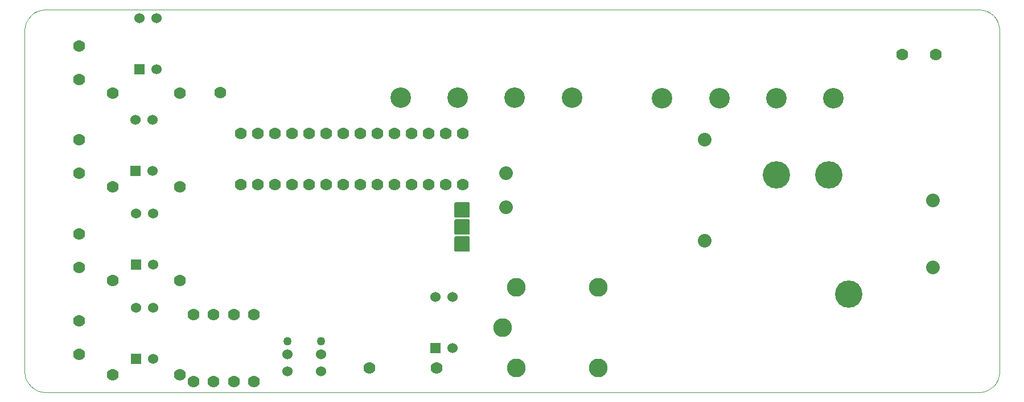
<source format=gbr>
G04 PROTEUS GERBER X2 FILE*
%TF.GenerationSoftware,Labcenter,Proteus,8.17-SP2-Build37159*%
%TF.CreationDate,2025-10-20T01:17:28+00:00*%
%TF.FileFunction,Soldermask,Bot*%
%TF.FilePolarity,Negative*%
%TF.Part,Single*%
%TF.SameCoordinates,{dfd261b3-5dba-4516-bcbd-5d7d19192189}*%
%FSLAX45Y45*%
%MOMM*%
G01*
%TA.AperFunction,Material*%
%ADD22C,1.778000*%
%TA.AperFunction,Material*%
%ADD23C,3.048000*%
%TA.AperFunction,Material*%
%ADD24C,4.064000*%
%ADD25C,2.032000*%
%AMPPAD018*
4,1,36,
-1.143000,-1.016000,
-1.143000,1.016000,
-1.140420,1.041590,
-1.133020,1.065430,
-1.121310,1.087000,
-1.105800,1.105800,
-1.087000,1.121310,
-1.065430,1.133020,
-1.041590,1.140420,
-1.016000,1.143000,
1.016000,1.143000,
1.041590,1.140420,
1.065430,1.133020,
1.087000,1.121310,
1.105800,1.105800,
1.121310,1.087000,
1.133020,1.065430,
1.140420,1.041590,
1.143000,1.016000,
1.143000,-1.016000,
1.140420,-1.041590,
1.133020,-1.065430,
1.121310,-1.087000,
1.105800,-1.105800,
1.087000,-1.121310,
1.065430,-1.133020,
1.041590,-1.140420,
1.016000,-1.143000,
-1.016000,-1.143000,
-1.041590,-1.140420,
-1.065430,-1.133020,
-1.087000,-1.121310,
-1.105800,-1.105800,
-1.121310,-1.087000,
-1.133020,-1.065430,
-1.140420,-1.041590,
-1.143000,-1.016000,
0*%
%TA.AperFunction,Material*%
%ADD26PPAD018*%
%TA.AperFunction,Material*%
%ADD27C,2.794000*%
%AMPPAD020*
4,1,36,
-0.635000,0.762000,
0.635000,0.762000,
0.660590,0.759420,
0.684430,0.752020,
0.706000,0.740310,
0.724800,0.724800,
0.740310,0.706000,
0.752020,0.684430,
0.759420,0.660590,
0.762000,0.635000,
0.762000,-0.635000,
0.759420,-0.660590,
0.752020,-0.684430,
0.740310,-0.706000,
0.724800,-0.724800,
0.706000,-0.740310,
0.684430,-0.752020,
0.660590,-0.759420,
0.635000,-0.762000,
-0.635000,-0.762000,
-0.660590,-0.759420,
-0.684430,-0.752020,
-0.706000,-0.740310,
-0.724800,-0.724800,
-0.740310,-0.706000,
-0.752020,-0.684430,
-0.759420,-0.660590,
-0.762000,-0.635000,
-0.762000,0.635000,
-0.759420,0.660590,
-0.752020,0.684430,
-0.740310,0.706000,
-0.724800,0.724800,
-0.706000,0.740310,
-0.684430,0.752020,
-0.660590,0.759420,
-0.635000,0.762000,
0*%
%TA.AperFunction,Material*%
%ADD28PPAD020*%
%ADD29C,1.524000*%
%TA.AperFunction,Material*%
%ADD72C,1.270000*%
%TA.AperFunction,Profile*%
%ADD19C,0.101600*%
%TD.AperFunction*%
D22*
X-7900000Y+1710000D03*
X+2740000Y+2270000D03*
X+2240000Y+2270000D03*
D23*
X-1330000Y+1620000D03*
X-480000Y+1620000D03*
X+370000Y+1620000D03*
X+1220000Y+1620000D03*
D24*
X+1450000Y-1300000D03*
D25*
X+2700000Y+100000D03*
X+2700000Y-900000D03*
D24*
X+370000Y+480000D03*
X+1150000Y+480000D03*
D25*
X-3650000Y+0D03*
X-3650000Y+500000D03*
X-700000Y-500000D03*
X-700000Y+1000000D03*
D26*
X-4300000Y-554000D03*
X-4300000Y-300000D03*
X-4300000Y-46000D03*
D27*
X-3500000Y-1200000D03*
X-3500000Y-2400000D03*
X-3700000Y-1800000D03*
X-2280000Y-1200000D03*
X-2280000Y-2400000D03*
D22*
X-7597460Y+338000D03*
X-7343460Y+338000D03*
X-7089460Y+338000D03*
X-6835460Y+338000D03*
X-6581460Y+338000D03*
X-6327460Y+338000D03*
X-6073460Y+338000D03*
X-5819460Y+338000D03*
X-5565460Y+338000D03*
X-5311460Y+338000D03*
X-5057460Y+338000D03*
X-4803460Y+338000D03*
X-4549460Y+338000D03*
X-4295460Y+338000D03*
X-4298000Y+1100000D03*
X-4552000Y+1100000D03*
X-4806000Y+1100000D03*
X-5060000Y+1100000D03*
X-5314000Y+1100000D03*
X-5568000Y+1100000D03*
X-5822000Y+1100000D03*
X-6076000Y+1100000D03*
X-6330000Y+1100000D03*
X-6584000Y+1100000D03*
X-6838000Y+1100000D03*
X-7092000Y+1100000D03*
X-7346000Y+1100000D03*
X-7600000Y+1100000D03*
X-10000000Y+1900000D03*
X-10000000Y+2400000D03*
X-10000000Y+500000D03*
X-10000000Y+1000000D03*
X-10000000Y-900000D03*
X-10000000Y-400000D03*
X-10000000Y-2200000D03*
X-10000000Y-1700000D03*
X-8500000Y+1700000D03*
X-9500000Y+1700000D03*
X-8500000Y+300000D03*
X-9500000Y+300000D03*
X-8500000Y-1100000D03*
X-9500000Y-1100000D03*
X-8500000Y-2500000D03*
X-9500000Y-2500000D03*
D28*
X-9160000Y+540000D03*
D29*
X-8906000Y+540000D03*
X-8906000Y+1302000D03*
X-9160000Y+1302000D03*
D28*
X-9154000Y-862000D03*
D29*
X-8900000Y-862000D03*
X-8900000Y-100000D03*
X-9154000Y-100000D03*
D28*
X-9154000Y-2262000D03*
D29*
X-8900000Y-2262000D03*
X-8900000Y-1500000D03*
X-9154000Y-1500000D03*
D22*
X-8300000Y-1600000D03*
X-8300000Y-2600000D03*
X-8000000Y-1600000D03*
X-8000000Y-2600000D03*
X-7700000Y-1600000D03*
X-7700000Y-2600000D03*
X-7400000Y-1600000D03*
X-7400000Y-2600000D03*
D28*
X-4700000Y-2100000D03*
D29*
X-4446000Y-2100000D03*
X-4446000Y-1338000D03*
X-4700000Y-1338000D03*
D72*
X-6900000Y-2000000D03*
X-6400000Y-2000000D03*
D29*
X-6900000Y-2200000D03*
X-6900000Y-2450000D03*
X-6400000Y-2200000D03*
X-6400000Y-2450000D03*
D23*
X-5220000Y+1630000D03*
X-4370000Y+1630000D03*
X-3520000Y+1630000D03*
X-2670000Y+1630000D03*
D28*
X-9100000Y+2050000D03*
D29*
X-8846000Y+2050000D03*
X-8846000Y+2812000D03*
X-9100000Y+2812000D03*
D22*
X-5680000Y-2400000D03*
X-4680000Y-2400000D03*
D19*
X+3390000Y+2940000D02*
X+3450453Y+2933904D01*
X+3506763Y+2916421D01*
X+3557722Y+2888758D01*
X+3602122Y+2852122D01*
X+3638758Y+2807722D01*
X+3666421Y+2756763D01*
X+3683904Y+2700453D01*
X+3690000Y+2640000D01*
X+3390000Y-2760000D02*
X+3450453Y-2753904D01*
X+3506763Y-2736421D01*
X+3557722Y-2708758D01*
X+3602122Y-2672122D01*
X+3638758Y-2627722D01*
X+3666421Y-2576763D01*
X+3683904Y-2520453D01*
X+3690000Y-2460000D01*
X-10810000Y-2460000D02*
X-10803904Y-2520453D01*
X-10786421Y-2576763D01*
X-10758758Y-2627722D01*
X-10722122Y-2672122D01*
X-10677722Y-2708758D01*
X-10626763Y-2736421D01*
X-10570453Y-2753904D01*
X-10510000Y-2760000D01*
X-10810000Y+2640000D02*
X-10803904Y+2700453D01*
X-10786421Y+2756763D01*
X-10758758Y+2807722D01*
X-10722122Y+2852122D01*
X-10677722Y+2888758D01*
X-10626763Y+2916421D01*
X-10570453Y+2933904D01*
X-10510000Y+2940000D01*
X-10810000Y-2460000D02*
X-10810000Y+2640000D01*
X-10510000Y+2940000D02*
X+3390000Y+2940000D01*
X+3690000Y+2640000D02*
X+3690000Y-2460000D01*
X+3390000Y-2760000D02*
X-10510000Y-2760000D01*
M02*

</source>
